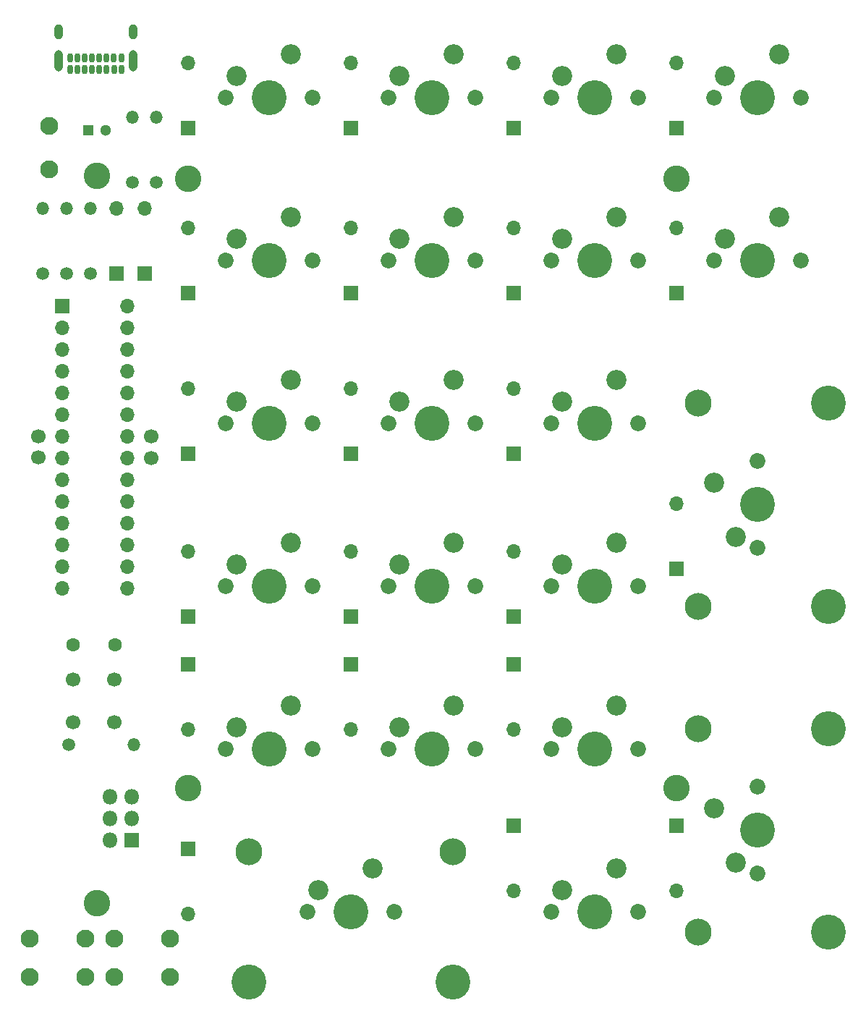
<source format=gbs>
G04 #@! TF.GenerationSoftware,KiCad,Pcbnew,5.1.6-c6e7f7d~87~ubuntu18.04.1*
G04 #@! TF.CreationDate,2020-08-05T15:47:38+02:00*
G04 #@! TF.ProjectId,numpad,6e756d70-6164-42e6-9b69-6361645f7063,rev?*
G04 #@! TF.SameCoordinates,Original*
G04 #@! TF.FileFunction,Soldermask,Bot*
G04 #@! TF.FilePolarity,Negative*
%FSLAX46Y46*%
G04 Gerber Fmt 4.6, Leading zero omitted, Abs format (unit mm)*
G04 Created by KiCad (PCBNEW 5.1.6-c6e7f7d~87~ubuntu18.04.1) date 2020-08-05 15:47:38*
%MOMM*%
%LPD*%
G01*
G04 APERTURE LIST*
%ADD10C,3.100000*%
%ADD11O,1.500000X1.500000*%
%ADD12C,1.500000*%
%ADD13O,0.750000X1.100000*%
%ADD14O,1.000000X2.500000*%
%ADD15O,1.000000X1.800000*%
%ADD16O,1.800000X1.800000*%
%ADD17R,1.800000X1.800000*%
%ADD18O,1.700000X1.700000*%
%ADD19R,1.700000X1.700000*%
%ADD20C,2.350000*%
%ADD21C,4.087800*%
%ADD22C,1.850000*%
%ADD23C,3.148000*%
%ADD24C,1.600000*%
%ADD25C,2.100000*%
%ADD26C,1.700000*%
%ADD27C,1.300000*%
%ADD28R,1.300000X1.300000*%
G04 APERTURE END LIST*
D10*
G04 #@! TO.C,REF\u002A\u002A*
X91186000Y-61722000D03*
G04 #@! TD*
G04 #@! TO.C,REF\u002A\u002A*
X91186000Y-146812000D03*
G04 #@! TD*
D11*
G04 #@! TO.C,R6*
X95504000Y-128270000D03*
D12*
X87884000Y-128270000D03*
G04 #@! TD*
D11*
G04 #@! TO.C,R5*
X95377000Y-54864000D03*
D12*
X95377000Y-62484000D03*
G04 #@! TD*
D11*
G04 #@! TO.C,R4*
X98171000Y-54864000D03*
D12*
X98171000Y-62484000D03*
G04 #@! TD*
D11*
G04 #@! TO.C,R3*
X90424000Y-65532000D03*
D12*
X90424000Y-73152000D03*
G04 #@! TD*
D11*
G04 #@! TO.C,R2*
X87630000Y-65532000D03*
D12*
X87630000Y-73152000D03*
G04 #@! TD*
D11*
G04 #@! TO.C,R1*
X84836000Y-65532000D03*
D12*
X84836000Y-73152000D03*
G04 #@! TD*
D10*
G04 #@! TO.C,REF\u002A\u002A*
X101854000Y-133350000D03*
G04 #@! TD*
G04 #@! TO.C,REF\u002A\u002A*
X159004000Y-133350000D03*
G04 #@! TD*
G04 #@! TO.C,REF\u002A\u002A*
X101854000Y-62103000D03*
G04 #@! TD*
G04 #@! TO.C,REF\u002A\u002A*
X159004000Y-62103000D03*
G04 #@! TD*
D13*
G04 #@! TO.C,USB1*
X92334000Y-49280000D03*
X94034000Y-49280000D03*
X93184000Y-49280000D03*
X91484000Y-49280000D03*
X90634000Y-49280000D03*
X89784000Y-49280000D03*
X88934000Y-49280000D03*
X88084000Y-49280000D03*
X94034000Y-47955000D03*
X93179000Y-47955000D03*
X92329000Y-47955000D03*
X91479000Y-47955000D03*
X90629000Y-47955000D03*
X89779000Y-47955000D03*
X88929000Y-47955000D03*
X88079000Y-47955000D03*
D14*
X95384000Y-48300000D03*
X86734000Y-48300000D03*
D15*
X95384000Y-44920000D03*
X86734000Y-44920000D03*
G04 #@! TD*
D16*
G04 #@! TO.C,ISP1*
X92710000Y-134366000D03*
X95250000Y-134366000D03*
X92710000Y-136906000D03*
X95250000Y-136906000D03*
X92710000Y-139446000D03*
D17*
X95250000Y-139446000D03*
G04 #@! TD*
D18*
G04 #@! TO.C,D19*
X120904000Y-126492000D03*
D19*
X120904000Y-118872000D03*
G04 #@! TD*
D20*
G04 #@! TO.C,MX16*
X113919000Y-123698000D03*
D21*
X111379000Y-128778000D03*
D20*
X107569000Y-126238000D03*
D22*
X106299000Y-128778000D03*
X116459000Y-128778000D03*
G04 #@! TD*
D20*
G04 #@! TO.C,MX20*
X152019000Y-142748000D03*
D21*
X149479000Y-147828000D03*
D20*
X145669000Y-145288000D03*
D22*
X144399000Y-147828000D03*
X154559000Y-147828000D03*
G04 #@! TD*
D20*
G04 #@! TO.C,MX19*
X123444000Y-142748000D03*
D21*
X120904000Y-147828000D03*
D20*
X117094000Y-145288000D03*
D22*
X115824000Y-147828000D03*
X125984000Y-147828000D03*
D23*
X108997750Y-140843000D03*
X132810250Y-140843000D03*
D21*
X108997750Y-156083000D03*
X132810250Y-156083000D03*
G04 #@! TD*
D20*
G04 #@! TO.C,MX18*
X152019000Y-123698000D03*
D21*
X149479000Y-128778000D03*
D20*
X145669000Y-126238000D03*
D22*
X144399000Y-128778000D03*
X154559000Y-128778000D03*
G04 #@! TD*
D20*
G04 #@! TO.C,MX21*
X163449000Y-135763000D03*
D21*
X168529000Y-138303000D03*
D20*
X165989000Y-142113000D03*
D22*
X168529000Y-143383000D03*
X168529000Y-133223000D03*
D23*
X161544000Y-150209250D03*
X161544000Y-126396750D03*
D21*
X176784000Y-150209250D03*
X176784000Y-126396750D03*
G04 #@! TD*
D20*
G04 #@! TO.C,MX15*
X163449000Y-97663000D03*
D21*
X168529000Y-100203000D03*
D20*
X165989000Y-104013000D03*
D22*
X168529000Y-105283000D03*
X168529000Y-95123000D03*
D23*
X161544000Y-112109250D03*
X161544000Y-88296750D03*
D21*
X176784000Y-112109250D03*
X176784000Y-88296750D03*
G04 #@! TD*
D18*
G04 #@! TO.C,D23*
X159004000Y-145415000D03*
D19*
X159004000Y-137795000D03*
G04 #@! TD*
D18*
G04 #@! TO.C,D22*
X139954000Y-145415000D03*
D19*
X139954000Y-137795000D03*
G04 #@! TD*
D18*
G04 #@! TO.C,D21*
X101854000Y-148082000D03*
D19*
X101854000Y-140462000D03*
G04 #@! TD*
D18*
G04 #@! TO.C,D17*
X159004000Y-100076000D03*
D19*
X159004000Y-107696000D03*
G04 #@! TD*
D18*
G04 #@! TO.C,MCU1*
X94742000Y-76962000D03*
X87122000Y-109982000D03*
X94742000Y-79502000D03*
X87122000Y-107442000D03*
X94742000Y-82042000D03*
X87122000Y-104902000D03*
X94742000Y-84582000D03*
X87122000Y-102362000D03*
X94742000Y-87122000D03*
X87122000Y-99822000D03*
X94742000Y-89662000D03*
X87122000Y-97282000D03*
X94742000Y-92202000D03*
X87122000Y-94742000D03*
X94742000Y-94742000D03*
X87122000Y-92202000D03*
X94742000Y-97282000D03*
X87122000Y-89662000D03*
X94742000Y-99822000D03*
X87122000Y-87122000D03*
X94742000Y-102362000D03*
X87122000Y-84582000D03*
X94742000Y-104902000D03*
X87122000Y-82042000D03*
X94742000Y-107442000D03*
X87122000Y-79502000D03*
X94742000Y-109982000D03*
D19*
X87122000Y-76962000D03*
G04 #@! TD*
D20*
G04 #@! TO.C,MX5*
X113919000Y-66548000D03*
D21*
X111379000Y-71628000D03*
D20*
X107569000Y-69088000D03*
D22*
X106299000Y-71628000D03*
X116459000Y-71628000D03*
G04 #@! TD*
D20*
G04 #@! TO.C,MX17*
X132969000Y-123698000D03*
D21*
X130429000Y-128778000D03*
D20*
X126619000Y-126238000D03*
D22*
X125349000Y-128778000D03*
X135509000Y-128778000D03*
G04 #@! TD*
D20*
G04 #@! TO.C,MX14*
X152019000Y-104648000D03*
D21*
X149479000Y-109728000D03*
D20*
X145669000Y-107188000D03*
D22*
X144399000Y-109728000D03*
X154559000Y-109728000D03*
G04 #@! TD*
D20*
G04 #@! TO.C,MX13*
X132969000Y-104648000D03*
D21*
X130429000Y-109728000D03*
D20*
X126619000Y-107188000D03*
D22*
X125349000Y-109728000D03*
X135509000Y-109728000D03*
G04 #@! TD*
D20*
G04 #@! TO.C,MX12*
X113919000Y-104648000D03*
D21*
X111379000Y-109728000D03*
D20*
X107569000Y-107188000D03*
D22*
X106299000Y-109728000D03*
X116459000Y-109728000D03*
G04 #@! TD*
D20*
G04 #@! TO.C,MX11*
X152019000Y-85598000D03*
D21*
X149479000Y-90678000D03*
D20*
X145669000Y-88138000D03*
D22*
X144399000Y-90678000D03*
X154559000Y-90678000D03*
G04 #@! TD*
D20*
G04 #@! TO.C,MX10*
X132969000Y-85598000D03*
D21*
X130429000Y-90678000D03*
D20*
X126619000Y-88138000D03*
D22*
X125349000Y-90678000D03*
X135509000Y-90678000D03*
G04 #@! TD*
D20*
G04 #@! TO.C,MX9*
X113919000Y-85598000D03*
D21*
X111379000Y-90678000D03*
D20*
X107569000Y-88138000D03*
D22*
X106299000Y-90678000D03*
X116459000Y-90678000D03*
G04 #@! TD*
D20*
G04 #@! TO.C,MX8*
X171069000Y-66548000D03*
D21*
X168529000Y-71628000D03*
D20*
X164719000Y-69088000D03*
D22*
X163449000Y-71628000D03*
X173609000Y-71628000D03*
G04 #@! TD*
D20*
G04 #@! TO.C,MX7*
X152019000Y-66548000D03*
D21*
X149479000Y-71628000D03*
D20*
X145669000Y-69088000D03*
D22*
X144399000Y-71628000D03*
X154559000Y-71628000D03*
G04 #@! TD*
D20*
G04 #@! TO.C,MX6*
X132969000Y-66548000D03*
D21*
X130429000Y-71628000D03*
D20*
X126619000Y-69088000D03*
D22*
X125349000Y-71628000D03*
X135509000Y-71628000D03*
G04 #@! TD*
D20*
G04 #@! TO.C,MX4*
X171069000Y-47498000D03*
D21*
X168529000Y-52578000D03*
D20*
X164719000Y-50038000D03*
D22*
X163449000Y-52578000D03*
X173609000Y-52578000D03*
G04 #@! TD*
D20*
G04 #@! TO.C,MX3*
X152019000Y-47498000D03*
D21*
X149479000Y-52578000D03*
D20*
X145669000Y-50038000D03*
D22*
X144399000Y-52578000D03*
X154559000Y-52578000D03*
G04 #@! TD*
D20*
G04 #@! TO.C,MX2*
X132969000Y-47498000D03*
D21*
X130429000Y-52578000D03*
D20*
X126619000Y-50038000D03*
D22*
X125349000Y-52578000D03*
X135509000Y-52578000D03*
G04 #@! TD*
D20*
G04 #@! TO.C,MX1*
X113919000Y-47498000D03*
D21*
X111379000Y-52578000D03*
D20*
X107569000Y-50038000D03*
D22*
X106299000Y-52578000D03*
X116459000Y-52578000D03*
G04 #@! TD*
D24*
G04 #@! TO.C,XTAL1*
X93272000Y-116586000D03*
X88392000Y-116586000D03*
G04 #@! TD*
D25*
G04 #@! TO.C,BOOT*
X99718000Y-151003000D03*
X99718000Y-155503000D03*
X93218000Y-151003000D03*
X93218000Y-155503000D03*
G04 #@! TD*
G04 #@! TO.C,RESET*
X89812000Y-151003000D03*
X89812000Y-155503000D03*
X83312000Y-151003000D03*
X83312000Y-155503000D03*
G04 #@! TD*
G04 #@! TO.C,F1*
X85608000Y-55880000D03*
X85598000Y-60960000D03*
G04 #@! TD*
D18*
G04 #@! TO.C,D20*
X139954000Y-126492000D03*
D19*
X139954000Y-118872000D03*
G04 #@! TD*
D18*
G04 #@! TO.C,D18*
X101854000Y-126492000D03*
D19*
X101854000Y-118872000D03*
G04 #@! TD*
D18*
G04 #@! TO.C,D16*
X139954000Y-105664000D03*
D19*
X139954000Y-113284000D03*
G04 #@! TD*
D18*
G04 #@! TO.C,D15*
X120904000Y-105664000D03*
D19*
X120904000Y-113284000D03*
G04 #@! TD*
D18*
G04 #@! TO.C,D14*
X101854000Y-105664000D03*
D19*
X101854000Y-113284000D03*
G04 #@! TD*
D18*
G04 #@! TO.C,D13*
X139954000Y-86614000D03*
D19*
X139954000Y-94234000D03*
G04 #@! TD*
D18*
G04 #@! TO.C,D12*
X120904000Y-86614000D03*
D19*
X120904000Y-94234000D03*
G04 #@! TD*
D18*
G04 #@! TO.C,D11*
X101854000Y-86614000D03*
D19*
X101854000Y-94234000D03*
G04 #@! TD*
D18*
G04 #@! TO.C,D10*
X159004000Y-67818000D03*
D19*
X159004000Y-75438000D03*
G04 #@! TD*
D18*
G04 #@! TO.C,D9*
X139954000Y-67818000D03*
D19*
X139954000Y-75438000D03*
G04 #@! TD*
D18*
G04 #@! TO.C,D8*
X120904000Y-67818000D03*
D19*
X120904000Y-75438000D03*
G04 #@! TD*
D18*
G04 #@! TO.C,D7*
X101854000Y-67818000D03*
D19*
X101854000Y-75438000D03*
G04 #@! TD*
D18*
G04 #@! TO.C,D6*
X159004000Y-48514000D03*
D19*
X159004000Y-56134000D03*
G04 #@! TD*
D18*
G04 #@! TO.C,D5*
X139954000Y-48514000D03*
D19*
X139954000Y-56134000D03*
G04 #@! TD*
D18*
G04 #@! TO.C,D4*
X120904000Y-48514000D03*
D19*
X120904000Y-56134000D03*
G04 #@! TD*
D18*
G04 #@! TO.C,D3*
X101854000Y-48514000D03*
D19*
X101854000Y-56134000D03*
G04 #@! TD*
D18*
G04 #@! TO.C,D2*
X93472000Y-65532000D03*
D19*
X93472000Y-73152000D03*
G04 #@! TD*
D18*
G04 #@! TO.C,D1*
X96774000Y-65532000D03*
D19*
X96774000Y-73152000D03*
G04 #@! TD*
D26*
G04 #@! TO.C,C5*
X88392000Y-125650000D03*
X88392000Y-120650000D03*
G04 #@! TD*
G04 #@! TO.C,C4*
X93218000Y-125650000D03*
X93218000Y-120650000D03*
G04 #@! TD*
G04 #@! TO.C,C3*
X97536000Y-92242000D03*
X97536000Y-94742000D03*
G04 #@! TD*
G04 #@! TO.C,C2*
X84328000Y-94702000D03*
X84328000Y-92202000D03*
G04 #@! TD*
D27*
G04 #@! TO.C,C1*
X92170000Y-56388000D03*
D28*
X90170000Y-56388000D03*
G04 #@! TD*
M02*

</source>
